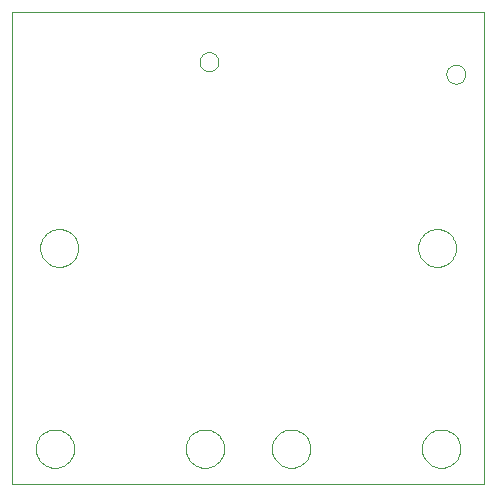
<source format=gbp>
G75*
G70*
%OFA0B0*%
%FSLAX24Y24*%
%IPPOS*%
%LPD*%
%AMOC8*
5,1,8,0,0,1.08239X$1,22.5*
%
%ADD10C,0.0000*%
D10*
X001274Y001049D02*
X001274Y016797D01*
X017022Y016797D01*
X017022Y001049D01*
X001274Y001049D01*
X002071Y002230D02*
X002073Y002280D01*
X002079Y002330D01*
X002089Y002379D01*
X002102Y002428D01*
X002120Y002475D01*
X002141Y002521D01*
X002165Y002564D01*
X002193Y002606D01*
X002224Y002646D01*
X002258Y002683D01*
X002295Y002717D01*
X002335Y002748D01*
X002377Y002776D01*
X002420Y002800D01*
X002466Y002821D01*
X002513Y002839D01*
X002562Y002852D01*
X002611Y002862D01*
X002661Y002868D01*
X002711Y002870D01*
X002761Y002868D01*
X002811Y002862D01*
X002860Y002852D01*
X002909Y002839D01*
X002956Y002821D01*
X003002Y002800D01*
X003045Y002776D01*
X003087Y002748D01*
X003127Y002717D01*
X003164Y002683D01*
X003198Y002646D01*
X003229Y002606D01*
X003257Y002564D01*
X003281Y002521D01*
X003302Y002475D01*
X003320Y002428D01*
X003333Y002379D01*
X003343Y002330D01*
X003349Y002280D01*
X003351Y002230D01*
X003349Y002180D01*
X003343Y002130D01*
X003333Y002081D01*
X003320Y002032D01*
X003302Y001985D01*
X003281Y001939D01*
X003257Y001896D01*
X003229Y001854D01*
X003198Y001814D01*
X003164Y001777D01*
X003127Y001743D01*
X003087Y001712D01*
X003045Y001684D01*
X003002Y001660D01*
X002956Y001639D01*
X002909Y001621D01*
X002860Y001608D01*
X002811Y001598D01*
X002761Y001592D01*
X002711Y001590D01*
X002661Y001592D01*
X002611Y001598D01*
X002562Y001608D01*
X002513Y001621D01*
X002466Y001639D01*
X002420Y001660D01*
X002377Y001684D01*
X002335Y001712D01*
X002295Y001743D01*
X002258Y001777D01*
X002224Y001814D01*
X002193Y001854D01*
X002165Y001896D01*
X002141Y001939D01*
X002120Y001985D01*
X002102Y002032D01*
X002089Y002081D01*
X002079Y002130D01*
X002073Y002180D01*
X002071Y002230D01*
X007071Y002230D02*
X007073Y002280D01*
X007079Y002330D01*
X007089Y002379D01*
X007102Y002428D01*
X007120Y002475D01*
X007141Y002521D01*
X007165Y002564D01*
X007193Y002606D01*
X007224Y002646D01*
X007258Y002683D01*
X007295Y002717D01*
X007335Y002748D01*
X007377Y002776D01*
X007420Y002800D01*
X007466Y002821D01*
X007513Y002839D01*
X007562Y002852D01*
X007611Y002862D01*
X007661Y002868D01*
X007711Y002870D01*
X007761Y002868D01*
X007811Y002862D01*
X007860Y002852D01*
X007909Y002839D01*
X007956Y002821D01*
X008002Y002800D01*
X008045Y002776D01*
X008087Y002748D01*
X008127Y002717D01*
X008164Y002683D01*
X008198Y002646D01*
X008229Y002606D01*
X008257Y002564D01*
X008281Y002521D01*
X008302Y002475D01*
X008320Y002428D01*
X008333Y002379D01*
X008343Y002330D01*
X008349Y002280D01*
X008351Y002230D01*
X008349Y002180D01*
X008343Y002130D01*
X008333Y002081D01*
X008320Y002032D01*
X008302Y001985D01*
X008281Y001939D01*
X008257Y001896D01*
X008229Y001854D01*
X008198Y001814D01*
X008164Y001777D01*
X008127Y001743D01*
X008087Y001712D01*
X008045Y001684D01*
X008002Y001660D01*
X007956Y001639D01*
X007909Y001621D01*
X007860Y001608D01*
X007811Y001598D01*
X007761Y001592D01*
X007711Y001590D01*
X007661Y001592D01*
X007611Y001598D01*
X007562Y001608D01*
X007513Y001621D01*
X007466Y001639D01*
X007420Y001660D01*
X007377Y001684D01*
X007335Y001712D01*
X007295Y001743D01*
X007258Y001777D01*
X007224Y001814D01*
X007193Y001854D01*
X007165Y001896D01*
X007141Y001939D01*
X007120Y001985D01*
X007102Y002032D01*
X007089Y002081D01*
X007079Y002130D01*
X007073Y002180D01*
X007071Y002230D01*
X009945Y002230D02*
X009947Y002280D01*
X009953Y002330D01*
X009963Y002379D01*
X009976Y002428D01*
X009994Y002475D01*
X010015Y002521D01*
X010039Y002564D01*
X010067Y002606D01*
X010098Y002646D01*
X010132Y002683D01*
X010169Y002717D01*
X010209Y002748D01*
X010251Y002776D01*
X010294Y002800D01*
X010340Y002821D01*
X010387Y002839D01*
X010436Y002852D01*
X010485Y002862D01*
X010535Y002868D01*
X010585Y002870D01*
X010635Y002868D01*
X010685Y002862D01*
X010734Y002852D01*
X010783Y002839D01*
X010830Y002821D01*
X010876Y002800D01*
X010919Y002776D01*
X010961Y002748D01*
X011001Y002717D01*
X011038Y002683D01*
X011072Y002646D01*
X011103Y002606D01*
X011131Y002564D01*
X011155Y002521D01*
X011176Y002475D01*
X011194Y002428D01*
X011207Y002379D01*
X011217Y002330D01*
X011223Y002280D01*
X011225Y002230D01*
X011223Y002180D01*
X011217Y002130D01*
X011207Y002081D01*
X011194Y002032D01*
X011176Y001985D01*
X011155Y001939D01*
X011131Y001896D01*
X011103Y001854D01*
X011072Y001814D01*
X011038Y001777D01*
X011001Y001743D01*
X010961Y001712D01*
X010919Y001684D01*
X010876Y001660D01*
X010830Y001639D01*
X010783Y001621D01*
X010734Y001608D01*
X010685Y001598D01*
X010635Y001592D01*
X010585Y001590D01*
X010535Y001592D01*
X010485Y001598D01*
X010436Y001608D01*
X010387Y001621D01*
X010340Y001639D01*
X010294Y001660D01*
X010251Y001684D01*
X010209Y001712D01*
X010169Y001743D01*
X010132Y001777D01*
X010098Y001814D01*
X010067Y001854D01*
X010039Y001896D01*
X010015Y001939D01*
X009994Y001985D01*
X009976Y002032D01*
X009963Y002081D01*
X009953Y002130D01*
X009947Y002180D01*
X009945Y002230D01*
X014945Y002230D02*
X014947Y002280D01*
X014953Y002330D01*
X014963Y002379D01*
X014976Y002428D01*
X014994Y002475D01*
X015015Y002521D01*
X015039Y002564D01*
X015067Y002606D01*
X015098Y002646D01*
X015132Y002683D01*
X015169Y002717D01*
X015209Y002748D01*
X015251Y002776D01*
X015294Y002800D01*
X015340Y002821D01*
X015387Y002839D01*
X015436Y002852D01*
X015485Y002862D01*
X015535Y002868D01*
X015585Y002870D01*
X015635Y002868D01*
X015685Y002862D01*
X015734Y002852D01*
X015783Y002839D01*
X015830Y002821D01*
X015876Y002800D01*
X015919Y002776D01*
X015961Y002748D01*
X016001Y002717D01*
X016038Y002683D01*
X016072Y002646D01*
X016103Y002606D01*
X016131Y002564D01*
X016155Y002521D01*
X016176Y002475D01*
X016194Y002428D01*
X016207Y002379D01*
X016217Y002330D01*
X016223Y002280D01*
X016225Y002230D01*
X016223Y002180D01*
X016217Y002130D01*
X016207Y002081D01*
X016194Y002032D01*
X016176Y001985D01*
X016155Y001939D01*
X016131Y001896D01*
X016103Y001854D01*
X016072Y001814D01*
X016038Y001777D01*
X016001Y001743D01*
X015961Y001712D01*
X015919Y001684D01*
X015876Y001660D01*
X015830Y001639D01*
X015783Y001621D01*
X015734Y001608D01*
X015685Y001598D01*
X015635Y001592D01*
X015585Y001590D01*
X015535Y001592D01*
X015485Y001598D01*
X015436Y001608D01*
X015387Y001621D01*
X015340Y001639D01*
X015294Y001660D01*
X015251Y001684D01*
X015209Y001712D01*
X015169Y001743D01*
X015132Y001777D01*
X015098Y001814D01*
X015067Y001854D01*
X015039Y001896D01*
X015015Y001939D01*
X014994Y001985D01*
X014976Y002032D01*
X014963Y002081D01*
X014953Y002130D01*
X014947Y002180D01*
X014945Y002230D01*
X014817Y008923D02*
X014819Y008973D01*
X014825Y009023D01*
X014835Y009072D01*
X014849Y009120D01*
X014866Y009167D01*
X014887Y009212D01*
X014912Y009256D01*
X014940Y009297D01*
X014972Y009336D01*
X015006Y009373D01*
X015043Y009407D01*
X015083Y009437D01*
X015125Y009464D01*
X015169Y009488D01*
X015215Y009509D01*
X015262Y009525D01*
X015310Y009538D01*
X015360Y009547D01*
X015409Y009552D01*
X015460Y009553D01*
X015510Y009550D01*
X015559Y009543D01*
X015608Y009532D01*
X015656Y009517D01*
X015702Y009499D01*
X015747Y009477D01*
X015790Y009451D01*
X015831Y009422D01*
X015870Y009390D01*
X015906Y009355D01*
X015938Y009317D01*
X015968Y009277D01*
X015995Y009234D01*
X016018Y009190D01*
X016037Y009144D01*
X016053Y009096D01*
X016065Y009047D01*
X016073Y008998D01*
X016077Y008948D01*
X016077Y008898D01*
X016073Y008848D01*
X016065Y008799D01*
X016053Y008750D01*
X016037Y008702D01*
X016018Y008656D01*
X015995Y008612D01*
X015968Y008569D01*
X015938Y008529D01*
X015906Y008491D01*
X015870Y008456D01*
X015831Y008424D01*
X015790Y008395D01*
X015747Y008369D01*
X015702Y008347D01*
X015656Y008329D01*
X015608Y008314D01*
X015559Y008303D01*
X015510Y008296D01*
X015460Y008293D01*
X015409Y008294D01*
X015360Y008299D01*
X015310Y008308D01*
X015262Y008321D01*
X015215Y008337D01*
X015169Y008358D01*
X015125Y008382D01*
X015083Y008409D01*
X015043Y008439D01*
X015006Y008473D01*
X014972Y008510D01*
X014940Y008549D01*
X014912Y008590D01*
X014887Y008634D01*
X014866Y008679D01*
X014849Y008726D01*
X014835Y008774D01*
X014825Y008823D01*
X014819Y008873D01*
X014817Y008923D01*
X015760Y014715D02*
X015762Y014750D01*
X015768Y014785D01*
X015778Y014819D01*
X015791Y014852D01*
X015808Y014883D01*
X015829Y014911D01*
X015852Y014938D01*
X015879Y014961D01*
X015907Y014982D01*
X015938Y014999D01*
X015971Y015012D01*
X016005Y015022D01*
X016040Y015028D01*
X016075Y015030D01*
X016110Y015028D01*
X016145Y015022D01*
X016179Y015012D01*
X016212Y014999D01*
X016243Y014982D01*
X016271Y014961D01*
X016298Y014938D01*
X016321Y014911D01*
X016342Y014883D01*
X016359Y014852D01*
X016372Y014819D01*
X016382Y014785D01*
X016388Y014750D01*
X016390Y014715D01*
X016388Y014680D01*
X016382Y014645D01*
X016372Y014611D01*
X016359Y014578D01*
X016342Y014547D01*
X016321Y014519D01*
X016298Y014492D01*
X016271Y014469D01*
X016243Y014448D01*
X016212Y014431D01*
X016179Y014418D01*
X016145Y014408D01*
X016110Y014402D01*
X016075Y014400D01*
X016040Y014402D01*
X016005Y014408D01*
X015971Y014418D01*
X015938Y014431D01*
X015907Y014448D01*
X015879Y014469D01*
X015852Y014492D01*
X015829Y014519D01*
X015808Y014547D01*
X015791Y014578D01*
X015778Y014611D01*
X015768Y014645D01*
X015762Y014680D01*
X015760Y014715D01*
X007532Y015133D02*
X007534Y015168D01*
X007540Y015203D01*
X007550Y015237D01*
X007563Y015270D01*
X007580Y015301D01*
X007601Y015329D01*
X007624Y015356D01*
X007651Y015379D01*
X007679Y015400D01*
X007710Y015417D01*
X007743Y015430D01*
X007777Y015440D01*
X007812Y015446D01*
X007847Y015448D01*
X007882Y015446D01*
X007917Y015440D01*
X007951Y015430D01*
X007984Y015417D01*
X008015Y015400D01*
X008043Y015379D01*
X008070Y015356D01*
X008093Y015329D01*
X008114Y015301D01*
X008131Y015270D01*
X008144Y015237D01*
X008154Y015203D01*
X008160Y015168D01*
X008162Y015133D01*
X008160Y015098D01*
X008154Y015063D01*
X008144Y015029D01*
X008131Y014996D01*
X008114Y014965D01*
X008093Y014937D01*
X008070Y014910D01*
X008043Y014887D01*
X008015Y014866D01*
X007984Y014849D01*
X007951Y014836D01*
X007917Y014826D01*
X007882Y014820D01*
X007847Y014818D01*
X007812Y014820D01*
X007777Y014826D01*
X007743Y014836D01*
X007710Y014849D01*
X007679Y014866D01*
X007651Y014887D01*
X007624Y014910D01*
X007601Y014937D01*
X007580Y014965D01*
X007563Y014996D01*
X007550Y015029D01*
X007540Y015063D01*
X007534Y015098D01*
X007532Y015133D01*
X002219Y008923D02*
X002221Y008973D01*
X002227Y009023D01*
X002237Y009072D01*
X002251Y009120D01*
X002268Y009167D01*
X002289Y009212D01*
X002314Y009256D01*
X002342Y009297D01*
X002374Y009336D01*
X002408Y009373D01*
X002445Y009407D01*
X002485Y009437D01*
X002527Y009464D01*
X002571Y009488D01*
X002617Y009509D01*
X002664Y009525D01*
X002712Y009538D01*
X002762Y009547D01*
X002811Y009552D01*
X002862Y009553D01*
X002912Y009550D01*
X002961Y009543D01*
X003010Y009532D01*
X003058Y009517D01*
X003104Y009499D01*
X003149Y009477D01*
X003192Y009451D01*
X003233Y009422D01*
X003272Y009390D01*
X003308Y009355D01*
X003340Y009317D01*
X003370Y009277D01*
X003397Y009234D01*
X003420Y009190D01*
X003439Y009144D01*
X003455Y009096D01*
X003467Y009047D01*
X003475Y008998D01*
X003479Y008948D01*
X003479Y008898D01*
X003475Y008848D01*
X003467Y008799D01*
X003455Y008750D01*
X003439Y008702D01*
X003420Y008656D01*
X003397Y008612D01*
X003370Y008569D01*
X003340Y008529D01*
X003308Y008491D01*
X003272Y008456D01*
X003233Y008424D01*
X003192Y008395D01*
X003149Y008369D01*
X003104Y008347D01*
X003058Y008329D01*
X003010Y008314D01*
X002961Y008303D01*
X002912Y008296D01*
X002862Y008293D01*
X002811Y008294D01*
X002762Y008299D01*
X002712Y008308D01*
X002664Y008321D01*
X002617Y008337D01*
X002571Y008358D01*
X002527Y008382D01*
X002485Y008409D01*
X002445Y008439D01*
X002408Y008473D01*
X002374Y008510D01*
X002342Y008549D01*
X002314Y008590D01*
X002289Y008634D01*
X002268Y008679D01*
X002251Y008726D01*
X002237Y008774D01*
X002227Y008823D01*
X002221Y008873D01*
X002219Y008923D01*
M02*

</source>
